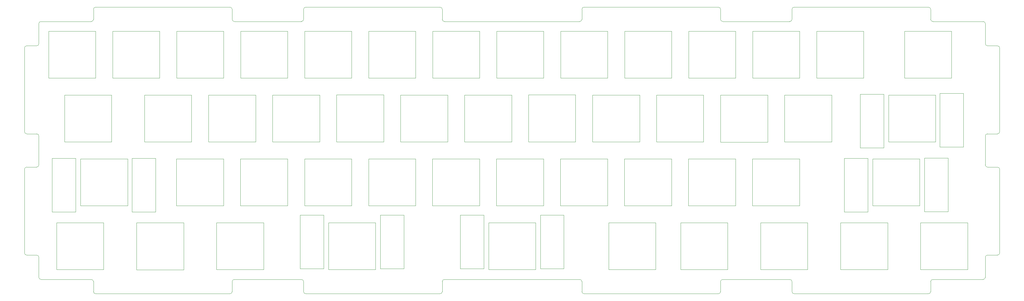
<source format=gbr>
%TF.GenerationSoftware,KiCad,Pcbnew,8.0.4*%
%TF.CreationDate,2024-08-22T05:27:04+03:00*%
%TF.ProjectId,4040-plate,34303430-2d70-46c6-9174-652e6b696361,rev?*%
%TF.SameCoordinates,Original*%
%TF.FileFunction,Profile,NP*%
%FSLAX46Y46*%
G04 Gerber Fmt 4.6, Leading zero omitted, Abs format (unit mm)*
G04 Created by KiCad (PCBNEW 8.0.4) date 2024-08-22 05:27:04*
%MOMM*%
%LPD*%
G01*
G04 APERTURE LIST*
%TA.AperFunction,Profile*%
%ADD10C,0.050000*%
%TD*%
G04 APERTURE END LIST*
D10*
X344738389Y-125377479D02*
X344738389Y-116709134D01*
X344736987Y-89180513D02*
X344736987Y-83180513D01*
X345371987Y-89815511D02*
G75*
G02*
X344736987Y-89180513I-44J634956D01*
G01*
X345373387Y-126012479D02*
X348373387Y-126012480D01*
X349008387Y-126647479D02*
X349006987Y-151636103D01*
X349006987Y-90450510D02*
X349008387Y-115439134D01*
X344736987Y-158906100D02*
X344736987Y-152906100D01*
X348373387Y-116074133D02*
X345373387Y-116074134D01*
X344736987Y-152906100D02*
G75*
G02*
X345371987Y-152271099I634946J55D01*
G01*
X345373387Y-126012479D02*
G75*
G02*
X344738389Y-125377479I-54J634944D01*
G01*
X348373387Y-126012480D02*
G75*
G02*
X349008387Y-126647479I23J-634977D01*
G01*
X344738389Y-116709134D02*
G75*
G02*
X345373387Y-116074131I634954J49D01*
G01*
X349006987Y-151636103D02*
G75*
G02*
X348371987Y-152271099I-634954J-42D01*
G01*
X345371987Y-152271102D02*
X348371987Y-152271101D01*
X348371987Y-89815512D02*
G75*
G02*
X349006986Y-90450510I46J-634953D01*
G01*
X348371987Y-89815512D02*
X345371987Y-89815511D01*
X349008387Y-115439134D02*
G75*
G02*
X348373387Y-116074139I-634984J-21D01*
G01*
X63007811Y-116709134D02*
X63007811Y-125377479D01*
X63009213Y-152906100D02*
X63009213Y-158906100D01*
X62374213Y-152271102D02*
G75*
G02*
X63009220Y-152906100I50J-634957D01*
G01*
X58739213Y-151636103D02*
X58737813Y-126647479D01*
X59372813Y-126012480D02*
X62372813Y-126012479D01*
X63007811Y-125377479D02*
G75*
G02*
X62372813Y-126012486I-634957J-50D01*
G01*
X59374213Y-152271101D02*
G75*
G02*
X58739213Y-151636103I-47J634953D01*
G01*
X59374213Y-152271101D02*
X62374213Y-152271102D01*
X58737813Y-126647479D02*
G75*
G02*
X59372813Y-126012479I634980J20D01*
G01*
X62372813Y-116074134D02*
G75*
G02*
X63007811Y-116709134I45J-634953D01*
G01*
X63009213Y-89180513D02*
G75*
G02*
X62374213Y-89815511I-634953J-45D01*
G01*
X63009213Y-83180513D02*
X63009213Y-89180513D01*
X62372813Y-116074134D02*
X59372813Y-116074133D01*
X58737813Y-115439134D02*
X58739213Y-90450510D01*
X62374213Y-89815511D02*
X59374213Y-89815512D01*
X58739213Y-90450510D02*
G75*
G02*
X59374213Y-89815511I634955J44D01*
G01*
X59372813Y-116074133D02*
G75*
G02*
X58737788Y-115439134I0J635025D01*
G01*
X183724212Y-159541100D02*
X224021987Y-159541100D01*
X265926987Y-160176100D02*
X265926987Y-163176100D01*
X183089213Y-160176100D02*
G75*
G02*
X183724212Y-159541126I634974J0D01*
G01*
X265926987Y-160176100D02*
G75*
G02*
X266561987Y-159541100I635000J0D01*
G01*
X265926987Y-163176100D02*
G75*
G02*
X265291988Y-163811100I-635000J0D01*
G01*
X141819213Y-160176100D02*
X141819213Y-163176100D01*
X265291988Y-163811100D02*
X225291987Y-163811100D01*
X224656987Y-160176100D02*
X224656987Y-163176100D01*
X183089213Y-160176100D02*
X183089213Y-163176100D01*
X142454214Y-163811100D02*
G75*
G02*
X141819187Y-163176100I-27J635000D01*
G01*
X183089213Y-163176100D02*
G75*
G02*
X182454213Y-163811126I-635026J0D01*
G01*
X224021987Y-159541100D02*
G75*
G02*
X224656987Y-160176100I0J-635000D01*
G01*
X225291987Y-163811100D02*
G75*
G02*
X224656987Y-163176100I0J635000D01*
G01*
X141184213Y-159541100D02*
G75*
G02*
X141819187Y-160176100I-26J-635000D01*
G01*
X182454213Y-163811100D02*
X142454214Y-163811100D01*
X141184213Y-159541100D02*
X121184213Y-159541100D01*
X287196987Y-163176100D02*
X287196987Y-160176100D01*
X287831986Y-163811100D02*
G75*
G02*
X287196987Y-163176100I1J635000D01*
G01*
X286561987Y-159541100D02*
X266561987Y-159541100D01*
X286561987Y-159541100D02*
G75*
G02*
X287196987Y-160176100I0J-635000D01*
G01*
X344101987Y-159541100D02*
X329101987Y-159541100D01*
X78644213Y-159541100D02*
X63644213Y-159541100D01*
X78644213Y-159541100D02*
G75*
G02*
X79279187Y-160176100I-26J-635000D01*
G01*
X120549213Y-163176100D02*
G75*
G02*
X119914213Y-163811126I-635026J0D01*
G01*
X328466987Y-160176100D02*
G75*
G02*
X329101987Y-159541100I634986J14D01*
G01*
X120549213Y-160176100D02*
X120549213Y-163176100D01*
X119914213Y-163811100D02*
X79914212Y-163811100D01*
X328466987Y-163176100D02*
G75*
G02*
X327831988Y-163811101I-634986J-15D01*
G01*
X327831988Y-163811100D02*
X287831986Y-163811100D01*
X79914212Y-163811100D02*
G75*
G02*
X79279187Y-163176100I-25J635000D01*
G01*
X328466987Y-160176100D02*
X328466987Y-163176100D01*
X79279213Y-160176100D02*
X79279213Y-163176100D01*
X120549213Y-160176100D02*
G75*
G02*
X121184213Y-159541126I634974J0D01*
G01*
X224021987Y-82545513D02*
X183724213Y-82545513D01*
X183724213Y-82545513D02*
G75*
G02*
X183089210Y-81910513I-13J634990D01*
G01*
X141819213Y-78910513D02*
G75*
G02*
X142454213Y-78275513I634986J14D01*
G01*
X141819213Y-81910513D02*
X141819213Y-78910513D01*
X142454213Y-78275513D02*
X182454213Y-78275513D01*
X182454213Y-78275513D02*
G75*
G02*
X183089213Y-78910513I14J-634986D01*
G01*
X183089213Y-81910513D02*
X183089213Y-78910513D01*
X141819213Y-81910513D02*
G75*
G02*
X141184213Y-82545513I-634986J-14D01*
G01*
X266561987Y-82545513D02*
G75*
G02*
X265926984Y-81910513I-13J634990D01*
G01*
X224656987Y-78910513D02*
G75*
G02*
X225291987Y-78275513I634986J14D01*
G01*
X224656987Y-81910513D02*
X224656987Y-78910513D01*
X225291987Y-78275513D02*
X265291987Y-78275513D01*
X265291987Y-78275513D02*
G75*
G02*
X265926987Y-78910513I14J-634986D01*
G01*
X265926987Y-81910513D02*
X265926987Y-78910513D01*
X224656987Y-81910513D02*
G75*
G02*
X224021987Y-82545513I-634986J-14D01*
G01*
X266561987Y-82545513D02*
X286561987Y-82545513D01*
X121184213Y-82545513D02*
X141184213Y-82545513D01*
X121184213Y-82545513D02*
G75*
G02*
X120549213Y-81910513I-14J634986D01*
G01*
X119914213Y-78275513D02*
G75*
G02*
X120549213Y-78910513I14J-634986D01*
G01*
X120549213Y-78910513D02*
X120549213Y-81910513D01*
X287196987Y-81910513D02*
G75*
G02*
X286561987Y-82545513I-634986J-14D01*
G01*
X287196987Y-78910513D02*
G75*
G02*
X287831987Y-78275513I634986J14D01*
G01*
X287196987Y-81910513D02*
X287196987Y-78910513D01*
X79914213Y-78275513D02*
X119914213Y-78275513D01*
X287831987Y-78275513D02*
X327831987Y-78275513D01*
X327831987Y-78275513D02*
G75*
G02*
X328466987Y-78910513I14J-634986D01*
G01*
X328466987Y-81910513D02*
X328466987Y-78910513D01*
X79279213Y-78910513D02*
G75*
G02*
X79914213Y-78275513I634986J14D01*
G01*
X79279213Y-81910513D02*
X79279213Y-78910513D01*
X79279213Y-81910513D02*
G75*
G02*
X78644213Y-82545513I-634986J-14D01*
G01*
X329101987Y-82545513D02*
G75*
G02*
X328466987Y-81910513I-14J634986D01*
G01*
X329101987Y-82545513D02*
X344101987Y-82545513D01*
X63644213Y-82545513D02*
X78644213Y-82545513D01*
X294508400Y-85445600D02*
X308508400Y-85445600D01*
X63644213Y-159541100D02*
G75*
G02*
X63009200Y-158906100I-13J635000D01*
G01*
X129925599Y-156616400D02*
X129925598Y-142616401D01*
X194162200Y-123545600D02*
X180162200Y-123545600D01*
X63009213Y-83180513D02*
G75*
G02*
X63644213Y-82545513I634987J13D01*
G01*
X196896200Y-156591000D02*
X210896200Y-156591000D01*
X70662800Y-104495600D02*
X84662800Y-104495600D01*
X68296000Y-156616400D02*
X82296000Y-156616400D01*
X94462600Y-104495600D02*
X94462600Y-118495600D01*
X218308400Y-85445600D02*
X232308400Y-85445600D01*
X75433400Y-137541000D02*
X89433400Y-137541000D01*
X256383000Y-123541000D02*
X270383000Y-123541000D01*
X65908400Y-99445600D02*
X79908400Y-99445600D01*
X84958400Y-85445600D02*
X98958400Y-85445600D01*
X246613200Y-156606000D02*
X246613200Y-142606000D01*
X203733400Y-118491000D02*
X203733400Y-104491000D01*
X237358400Y-99445600D02*
X237358400Y-85445600D01*
X325196200Y-137541000D02*
X325196200Y-123541000D01*
X256383000Y-137541000D02*
X256383000Y-123541000D01*
X254046200Y-156616400D02*
X268046200Y-156616400D01*
X151638000Y-118465600D02*
X165638000Y-118465600D01*
X104008400Y-99445600D02*
X104008400Y-85445600D01*
X315666601Y-156595600D02*
X315666601Y-142595600D01*
X104008400Y-85445600D02*
X118008400Y-85445600D01*
X170688000Y-118495600D02*
X184688000Y-118495600D01*
X251358400Y-99445600D02*
X251358400Y-85445600D01*
X199233000Y-137541000D02*
X199233000Y-123541000D01*
X146583400Y-118491000D02*
X146583400Y-104491000D01*
X339471000Y-156591000D02*
X339470999Y-142591001D01*
X284983400Y-118516400D02*
X298983400Y-118516400D01*
X137037600Y-137545600D02*
X123037600Y-137545600D01*
X79908400Y-99445600D02*
X79908400Y-85445600D01*
X232283000Y-137541000D02*
X232283000Y-123541000D01*
X294508400Y-99445600D02*
X308508400Y-99445600D01*
X113533400Y-118491000D02*
X127533400Y-118491000D01*
X251312200Y-123545600D02*
X237312200Y-123545600D01*
X270383000Y-137541000D02*
X270383000Y-123541000D01*
X142108400Y-99445600D02*
X142108400Y-85445600D01*
X194162200Y-123545600D02*
X194162200Y-137545600D01*
X199258400Y-85445600D02*
X213258400Y-85445600D01*
X196896200Y-156591000D02*
X196896200Y-142591000D01*
X294508400Y-99445600D02*
X294508400Y-85445600D01*
X311196200Y-123541000D02*
X325196200Y-123541000D01*
X127533400Y-118491000D02*
X127533400Y-104491000D01*
X254046200Y-142616400D02*
X268046200Y-142616400D01*
X142108400Y-123541000D02*
X156108400Y-123541000D01*
X199233000Y-123541000D02*
X213233000Y-123541000D01*
X137037600Y-123545600D02*
X137037600Y-137545600D01*
X194208400Y-99445600D02*
X194208400Y-85445600D01*
X165638000Y-118465600D02*
X165638000Y-104465600D01*
X75433400Y-123541000D02*
X89433400Y-123541000D01*
X320695800Y-99445600D02*
X320695800Y-85445600D01*
X339470999Y-142591001D02*
X325471001Y-142591001D01*
X315940000Y-104510000D02*
X329940000Y-104510000D01*
X170688000Y-104495600D02*
X184688000Y-104495600D01*
X65908400Y-99445600D02*
X65908400Y-85445600D01*
X123037600Y-123545600D02*
X123037600Y-137545600D01*
X241833400Y-104495600D02*
X227833400Y-104495600D01*
X132583400Y-118491000D02*
X132583400Y-104491000D01*
X161158400Y-99445600D02*
X161158400Y-85445600D01*
X132583400Y-104491000D02*
X146583400Y-104491000D01*
X170688000Y-118495600D02*
X170688000Y-104495600D01*
X232613200Y-142606000D02*
X246613200Y-142606000D01*
X208762600Y-104465600D02*
X222762600Y-104465600D01*
X279938000Y-118521000D02*
X279938000Y-104521000D01*
X344101987Y-82545513D02*
G75*
G02*
X344736987Y-83180513I13J-634987D01*
G01*
X218283000Y-137541000D02*
X232283000Y-137541000D01*
X70662800Y-118495600D02*
X84662800Y-118495600D01*
X123058400Y-99445600D02*
X123058400Y-85445600D01*
X161158400Y-137541000D02*
X175158400Y-137541000D01*
X277841401Y-156591000D02*
X291841401Y-156591000D01*
X208762600Y-118465600D02*
X208762600Y-104465600D01*
X108462600Y-104495600D02*
X94462600Y-104495600D01*
X92121200Y-156621000D02*
X92121200Y-142621000D01*
X311196200Y-137541000D02*
X311196200Y-123541000D01*
X260862600Y-118491000D02*
X260862600Y-104491000D01*
X320695800Y-85445600D02*
X334695800Y-85445600D01*
X241833400Y-118495600D02*
X227833400Y-118495600D01*
X277841401Y-156591000D02*
X277841401Y-142591000D01*
X210896200Y-156591000D02*
X210896200Y-142591000D01*
X149245800Y-156580600D02*
X149245800Y-142580600D01*
X275458400Y-99445600D02*
X275458400Y-85445600D01*
X149245800Y-142580600D02*
X163245800Y-142580600D01*
X180162200Y-123545600D02*
X180162200Y-137545600D01*
X311196200Y-137541000D02*
X325196200Y-137541000D01*
X103987600Y-137541000D02*
X103987600Y-123541000D01*
X265938000Y-104521000D02*
X279938000Y-104521000D01*
X129925598Y-142616401D02*
X115925600Y-142616401D01*
X137037600Y-123545600D02*
X123037600Y-123545600D01*
X82296000Y-156616400D02*
X82296000Y-142616400D01*
X149245800Y-156580600D02*
X163245800Y-156580600D01*
X92121200Y-156621000D02*
X106121200Y-156621000D01*
X199233000Y-137541000D02*
X213233000Y-137541000D01*
X275458400Y-99445600D02*
X289458400Y-99445600D01*
X277841401Y-142591000D02*
X291841401Y-142591000D01*
X115925599Y-156616400D02*
X115925600Y-142616401D01*
X218308400Y-99445600D02*
X232308400Y-99445600D01*
X232308400Y-99445600D02*
X232308400Y-85445600D01*
X106121200Y-156621000D02*
X106121200Y-142621000D01*
X246862600Y-118491000D02*
X260862600Y-118491000D01*
X175158400Y-137541000D02*
X175158400Y-123541000D01*
X298983400Y-118516400D02*
X298983400Y-104516400D01*
X251312200Y-123545600D02*
X251312200Y-137545600D01*
X308508400Y-99445600D02*
X308508400Y-85445600D01*
X301666601Y-156595600D02*
X315666601Y-156595600D01*
X339471000Y-156591000D02*
X325471000Y-156591000D01*
X232613200Y-156606000D02*
X246613200Y-156606000D01*
X284983400Y-118516400D02*
X284983400Y-104516400D01*
X344736987Y-158906100D02*
G75*
G02*
X344101987Y-159541087I-634987J0D01*
G01*
X108462600Y-118495600D02*
X94462600Y-118495600D01*
X137058400Y-99445600D02*
X137058400Y-85445600D01*
X222762600Y-118465600D02*
X222762600Y-104465600D01*
X117987600Y-137541000D02*
X117987600Y-123541000D01*
X334695800Y-99445600D02*
X334695800Y-85445600D01*
X213233000Y-137541000D02*
X213233000Y-123541000D01*
X180208400Y-99445600D02*
X180208400Y-85445600D01*
X156108400Y-99445600D02*
X156108400Y-85445600D01*
X320695800Y-99445600D02*
X334695800Y-99445600D01*
X301666601Y-142595600D02*
X315666601Y-142595600D01*
X329940000Y-118510000D02*
X329940000Y-104510000D01*
X103987600Y-137541000D02*
X117987600Y-137541000D01*
X123058400Y-85445600D02*
X137058400Y-85445600D01*
X113533400Y-118491000D02*
X113533400Y-104491000D01*
X98958400Y-99445600D02*
X98958400Y-85445600D01*
X199258400Y-99445600D02*
X213258400Y-99445600D01*
X184688000Y-118495600D02*
X184688000Y-104495600D01*
X218283000Y-123541000D02*
X232283000Y-123541000D01*
X289458400Y-99445600D02*
X289458400Y-85445600D01*
X113533400Y-104491000D02*
X127533400Y-104491000D01*
X315940000Y-118510000D02*
X329940000Y-118510000D01*
X268046200Y-156616400D02*
X268046200Y-142616400D01*
X325471000Y-156591000D02*
X325471001Y-142591001D01*
X241833400Y-118495600D02*
X241833400Y-104495600D01*
X129925599Y-156616400D02*
X115925599Y-156616400D01*
X194162200Y-137545600D02*
X180162200Y-137545600D01*
X92121200Y-142621000D02*
X106121200Y-142621000D01*
X68296000Y-156616400D02*
X68296000Y-142616400D01*
X275433000Y-137541000D02*
X289433000Y-137541000D01*
X84958400Y-99445600D02*
X98958400Y-99445600D01*
X208762600Y-118465600D02*
X222762600Y-118465600D01*
X270408400Y-99445600D02*
X270408400Y-85445600D01*
X84958400Y-99445600D02*
X84958400Y-85445600D01*
X142108400Y-99445600D02*
X156108400Y-99445600D01*
X142108400Y-137541000D02*
X142108400Y-123541000D01*
X104008400Y-99445600D02*
X118008400Y-99445600D01*
X142108400Y-85445600D02*
X156108400Y-85445600D01*
X275433000Y-137541000D02*
X275433000Y-123541000D01*
X108462600Y-104495600D02*
X108462600Y-118495600D01*
X118008400Y-99445600D02*
X118008400Y-85445600D01*
X161158400Y-99445600D02*
X175158400Y-99445600D01*
X103987600Y-123541000D02*
X117987600Y-123541000D01*
X189733400Y-118491000D02*
X203733400Y-118491000D01*
X180208400Y-85445600D02*
X194208400Y-85445600D01*
X161158400Y-137541000D02*
X161158400Y-123541000D01*
X275433000Y-123541000D02*
X289433000Y-123541000D01*
X161158400Y-123541000D02*
X175158400Y-123541000D01*
X237312200Y-123545600D02*
X237312200Y-137545600D01*
X142108400Y-137541000D02*
X156108400Y-137541000D01*
X291841401Y-156591000D02*
X291841401Y-142591000D01*
X68296000Y-142616400D02*
X82296000Y-142616400D01*
X227833400Y-118495600D02*
X227833400Y-104495600D01*
X218283000Y-137541000D02*
X218283000Y-123541000D01*
X84662800Y-118495600D02*
X84662800Y-104495600D01*
X265938000Y-118521000D02*
X265938000Y-104521000D01*
X256408400Y-99445600D02*
X256408400Y-85445600D01*
X188447800Y-140335000D02*
X195447800Y-140335000D01*
X195447800Y-156335000D01*
X188447800Y-156335000D01*
X188447800Y-140335000D01*
X199258400Y-99445600D02*
X199258400Y-85445600D01*
X151638000Y-104465600D02*
X165638000Y-104465600D01*
X237358400Y-85445600D02*
X251358400Y-85445600D01*
X256408400Y-85445600D02*
X270408400Y-85445600D01*
X89433400Y-137541000D02*
X89433400Y-123541000D01*
X196896200Y-142591000D02*
X210896200Y-142591000D01*
X254046200Y-156616400D02*
X254046200Y-142616400D01*
X218308400Y-99445600D02*
X218308400Y-85445600D01*
X156108400Y-137541000D02*
X156108400Y-123541000D01*
X151638000Y-118465600D02*
X151638000Y-104465600D01*
X189733400Y-118491000D02*
X189733400Y-104491000D01*
X301666601Y-156595600D02*
X301666601Y-142595600D01*
X213258400Y-99445600D02*
X213258400Y-85445600D01*
X265938000Y-118521000D02*
X279938000Y-118521000D01*
X189733400Y-104491000D02*
X203733400Y-104491000D01*
X161158400Y-85445600D02*
X175158400Y-85445600D01*
X163245800Y-156580600D02*
X163245800Y-142580600D01*
X232613200Y-156606000D02*
X232613200Y-142606000D01*
X284983400Y-104516400D02*
X298983400Y-104516400D01*
X246862600Y-104491000D02*
X260862600Y-104491000D01*
X275458400Y-85445600D02*
X289458400Y-85445600D01*
X256383000Y-137541000D02*
X270383000Y-137541000D01*
X237358400Y-99445600D02*
X251358400Y-99445600D01*
X164648000Y-140309600D02*
X171648000Y-140309600D01*
X171648000Y-156309600D01*
X164648000Y-156309600D01*
X164648000Y-140309600D01*
X65908400Y-85445600D02*
X79908400Y-85445600D01*
X315940000Y-118510000D02*
X315940000Y-104510000D01*
X246862600Y-118491000D02*
X246862600Y-104491000D01*
X251312200Y-137545600D02*
X237312200Y-137545600D01*
X180208400Y-99445600D02*
X194208400Y-99445600D01*
X289433000Y-137541000D02*
X289433000Y-123541000D01*
X123058400Y-99445600D02*
X137058400Y-99445600D01*
X256408400Y-99445600D02*
X270408400Y-99445600D01*
X75433400Y-137541000D02*
X75433400Y-123541000D01*
X132583400Y-118491000D02*
X146583400Y-118491000D01*
X175158400Y-99445600D02*
X175158400Y-85445600D01*
X70662800Y-118495600D02*
X70662800Y-104495600D01*
X212298400Y-140309600D02*
X219298400Y-140309600D01*
X219298400Y-156309600D01*
X212298400Y-156309600D01*
X212298400Y-140309600D01*
X140797400Y-140309600D02*
X147797400Y-140309600D01*
X147797400Y-156309600D01*
X140797400Y-156309600D01*
X140797400Y-140309600D01*
X90764600Y-123420600D02*
X97764600Y-123420600D01*
X97764600Y-139420600D01*
X90764600Y-139420600D01*
X90764600Y-123420600D01*
X307497600Y-104292400D02*
X314497600Y-104292400D01*
X314497600Y-120292400D01*
X307497600Y-120292400D01*
X307497600Y-104292400D01*
X302747800Y-123418600D02*
X309747800Y-123418600D01*
X309747800Y-139418600D01*
X302747800Y-139418600D01*
X302747800Y-123418600D01*
X326654400Y-123291600D02*
X333654400Y-123291600D01*
X333654400Y-139291600D01*
X326654400Y-139291600D01*
X326654400Y-123291600D01*
X331226400Y-104013000D02*
X338226400Y-104013000D01*
X338226400Y-120013000D01*
X331226400Y-120013000D01*
X331226400Y-104013000D01*
X66985000Y-123420600D02*
X73985000Y-123420600D01*
X73985000Y-139420600D01*
X66985000Y-139420600D01*
X66985000Y-123420600D01*
M02*

</source>
